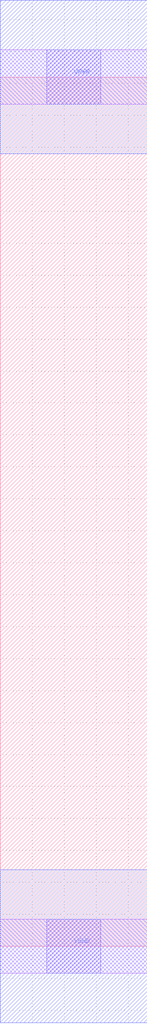
<source format=lef>
# Copyright 2020 The SkyWater PDK Authors
#
# Licensed under the Apache License, Version 2.0 (the "License");
# you may not use this file except in compliance with the License.
# You may obtain a copy of the License at
#
#     https://www.apache.org/licenses/LICENSE-2.0
#
# Unless required by applicable law or agreed to in writing, software
# distributed under the License is distributed on an "AS IS" BASIS,
# WITHOUT WARRANTIES OR CONDITIONS OF ANY KIND, either express or implied.
# See the License for the specific language governing permissions and
# limitations under the License.
#
# SPDX-License-Identifier: Apache-2.0

VERSION 5.7 ;
  NOWIREEXTENSIONATPIN ON ;
  DIVIDERCHAR "/" ;
  BUSBITCHARS "[]" ;
UNITS
  DATABASE MICRONS 200 ;
END UNITS
PROPERTYDEFINITIONS
  MACRO maskLayoutSubType STRING ;
  MACRO prCellType STRING ;
  MACRO originalViewName STRING ;
END PROPERTYDEFINITIONS
MACRO sky130_fd_sc_hdll__fill_1
  CLASS CORE ;
  FOREIGN sky130_fd_sc_hdll__fill_1 ;
  ORIGIN  0.000000  0.000000 ;
  SIZE  0.460000 BY  2.720000 ;
  SYMMETRY X Y R90 ;
  SITE unithd ;
  PIN VGND
    DIRECTION INOUT ;
    USE SIGNAL ;
    PORT
      LAYER met1 ;
        RECT 0.000000 -0.240000 0.460000 0.240000 ;
    END
  END VGND
  PIN VPWR
    DIRECTION INOUT ;
    USE SIGNAL ;
    PORT
      LAYER met1 ;
        RECT 0.000000 2.480000 0.460000 2.960000 ;
    END
  END VPWR
  OBS
    LAYER li1 ;
      RECT 0.000000 -0.085000 0.460000 0.085000 ;
      RECT 0.000000  2.635000 0.460000 2.805000 ;
    LAYER mcon ;
      RECT 0.145000 -0.085000 0.315000 0.085000 ;
      RECT 0.145000  2.635000 0.315000 2.805000 ;
  END
  PROPERTY maskLayoutSubType "abstract" ;
  PROPERTY prCellType "standard" ;
  PROPERTY originalViewName "layout" ;
END sky130_fd_sc_hdll__fill_1
END LIBRARY

</source>
